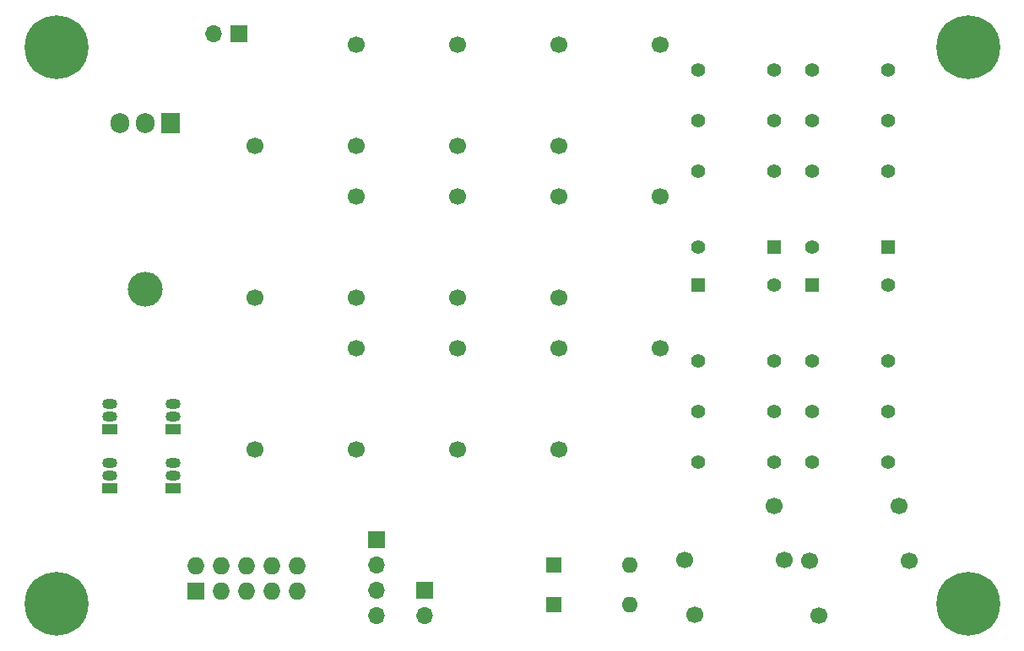
<source format=gts>
G04 #@! TF.GenerationSoftware,KiCad,Pcbnew,5.99.0-unknown-43514a1~86~ubuntu18.04.1*
G04 #@! TF.CreationDate,2020-02-15T13:58:03+00:00*
G04 #@! TF.ProjectId,TX_BOARD,54585f42-4f41-4524-942e-6b696361645f,rev?*
G04 #@! TF.SameCoordinates,Original*
G04 #@! TF.FileFunction,Soldermask,Top*
G04 #@! TF.FilePolarity,Negative*
%FSLAX46Y46*%
G04 Gerber Fmt 4.6, Leading zero omitted, Abs format (unit mm)*
G04 Created by KiCad (PCBNEW 5.99.0-unknown-43514a1~86~ubuntu18.04.1) date 2020-02-15 13:58:03*
%MOMM*%
%LPD*%
G01*
G04 APERTURE LIST*
%ADD10C,1.700000*%
%ADD11O,1.727200X1.727200*%
%ADD12R,1.727200X1.727200*%
%ADD13O,1.700000X1.700000*%
%ADD14R,1.700000X1.700000*%
%ADD15O,1.600000X1.600000*%
%ADD16R,1.600000X1.600000*%
%ADD17O,1.905000X2.000000*%
%ADD18R,1.905000X2.000000*%
%ADD19O,3.500000X3.500000*%
%ADD20C,6.400000*%
%ADD21R,1.500000X1.050000*%
%ADD22O,1.500000X1.050000*%
%ADD23C,1.400000*%
%ADD24R,1.400000X1.400000*%
G04 APERTURE END LIST*
D10*
X155829000Y-64516000D03*
X165989000Y-54356000D03*
X145669000Y-64516000D03*
X155829000Y-54356000D03*
D11*
X129540000Y-106680000D03*
X129540000Y-109220000D03*
X127000000Y-106680000D03*
X127000000Y-109220000D03*
X124460000Y-106680000D03*
X124460000Y-109220000D03*
X121920000Y-106680000D03*
X121920000Y-109220000D03*
X119380000Y-106680000D03*
D12*
X119380000Y-109220000D03*
D13*
X121222000Y-53276500D03*
D14*
X123762000Y-53276500D03*
D15*
X162941000Y-110554000D03*
D16*
X155321000Y-110554000D03*
D15*
X162941000Y-106616000D03*
D16*
X155321000Y-106616000D03*
D17*
X111760000Y-62230000D03*
X114300000Y-62230000D03*
D18*
X116840000Y-62230000D03*
D19*
X114300000Y-78890000D03*
D20*
X105410000Y-54610000D03*
X196850000Y-110490000D03*
X105410000Y-110490000D03*
X196850000Y-54610000D03*
D10*
X180928000Y-106171000D03*
X190928000Y-106171000D03*
X181928000Y-111671000D03*
X189928000Y-100711000D03*
X168418000Y-106107500D03*
X178418000Y-106107500D03*
X169418000Y-111607500D03*
X177418000Y-100647500D03*
D21*
X117094000Y-98933000D03*
D22*
X117094000Y-96393000D03*
X117094000Y-97663000D03*
D21*
X117094000Y-92964000D03*
D22*
X117094000Y-90424000D03*
X117094000Y-91694000D03*
D21*
X110744000Y-98933000D03*
D22*
X110744000Y-96393000D03*
X110744000Y-97663000D03*
D21*
X110744000Y-92964000D03*
D22*
X110744000Y-90424000D03*
X110744000Y-91694000D03*
D10*
X125349000Y-64516000D03*
X135509000Y-54356000D03*
X135509000Y-64516000D03*
X145669000Y-54356000D03*
X125349000Y-79756000D03*
X135509000Y-69596000D03*
X135509000Y-79756000D03*
X145669000Y-69596000D03*
X145669000Y-79756000D03*
X155829000Y-69596000D03*
X155829000Y-79756000D03*
X165989000Y-69596000D03*
X125349000Y-94996000D03*
X135509000Y-84836000D03*
X135509000Y-94996000D03*
X145669000Y-84836000D03*
X145669000Y-94996000D03*
X155829000Y-84836000D03*
X155829000Y-94996000D03*
X165989000Y-84836000D03*
D23*
X181229000Y-67056000D03*
X181219000Y-56886000D03*
X181219000Y-61966000D03*
X188849000Y-67056000D03*
X188849000Y-56896000D03*
X188849000Y-61986000D03*
X181229000Y-74676000D03*
D24*
X188849000Y-74676000D03*
D23*
X169799000Y-67056000D03*
X169789000Y-56886000D03*
X169789000Y-61966000D03*
X177419000Y-67056000D03*
X177419000Y-56896000D03*
X177419000Y-61986000D03*
X169799000Y-74676000D03*
D24*
X177419000Y-74676000D03*
D23*
X177419000Y-86106000D03*
X177429000Y-96276000D03*
X177429000Y-91196000D03*
X169799000Y-86106000D03*
X169799000Y-96266000D03*
X169799000Y-91176000D03*
X177419000Y-78486000D03*
D24*
X169799000Y-78486000D03*
D23*
X188849000Y-86106000D03*
X188859000Y-96276000D03*
X188859000Y-91196000D03*
X181229000Y-86106000D03*
X181229000Y-96266000D03*
X181229000Y-91176000D03*
X188849000Y-78486000D03*
D24*
X181229000Y-78486000D03*
D13*
X142367000Y-111696000D03*
D14*
X142367000Y-109156000D03*
D13*
X137541000Y-111696000D03*
X137541000Y-109156000D03*
X137541000Y-106616000D03*
D14*
X137541000Y-104076000D03*
M02*

</source>
